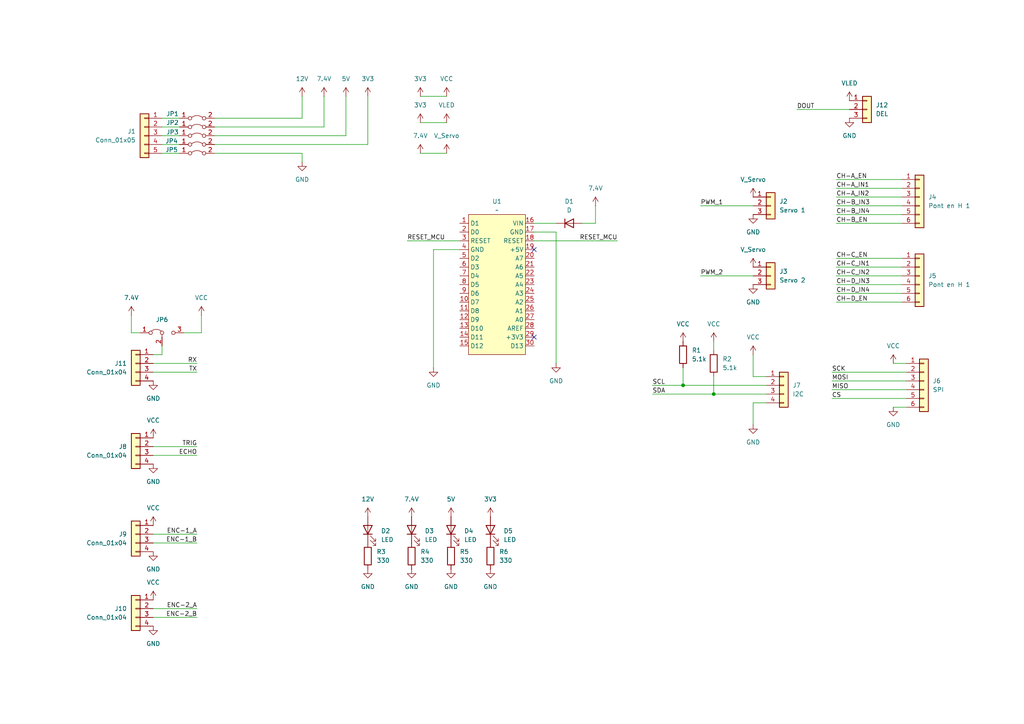
<source format=kicad_sch>
(kicad_sch (version 20231120) (generator "eeschema") (generator_version "8.0")
  (paper "A4")
  (lib_symbols
    (symbol "Connector_Generic:Conn_01x03" (pin_names (offset 1.016) hide)
      (property "Reference" "J" (at 0 5.08 0))
      (property "Value" "Conn_01x03" (at 0 -5.08 0))
      (symbol "Conn_01x03_1_1"
        (rectangle (start -1.27 -2.413) (end 0 -2.667) (stroke (width 0.1524)))
        (rectangle (start -1.27 0.127) (end 0 -0.127) (stroke (width 0.1524)))
        (rectangle (start -1.27 2.667) (end 0 2.413) (stroke (width 0.1524)))
        (rectangle (start -1.27 3.81) (end 1.27 -3.81) (stroke (width 0.254)) (fill (type background)))
        (pin passive line (at -5.08 2.54 0) (length 3.81) (name "Pin_1") (number "1"))
        (pin passive line (at -5.08 0 0) (length 3.81) (name "Pin_2") (number "2"))
        (pin passive line (at -5.08 -2.54 0) (length 3.81) (name "Pin_3") (number "3"))
      )
    )
    (symbol "Connector_Generic:Conn_01x04" (pin_names (offset 1.016) hide)
      (property "Reference" "J" (at 0 5.08 0))
      (property "Value" "Conn_01x04" (at 0 -7.62 0))
      (symbol "Conn_01x04_1_1"
        (rectangle (start -1.27 -4.953) (end 0 -5.207) (stroke (width 0.1524)))
        (rectangle (start -1.27 -2.413) (end 0 -2.667) (stroke (width 0.1524)))
        (rectangle (start -1.27 0.127) (end 0 -0.127) (stroke (width 0.1524)))
        (rectangle (start -1.27 2.667) (end 0 2.413) (stroke (width 0.1524)))
        (rectangle (start -1.27 3.81) (end 1.27 -6.35) (stroke (width 0.254)) (fill (type background)))
        (pin passive line (at -5.08 2.54 0) (length 3.81) (name "Pin_1") (number "1"))
        (pin passive line (at -5.08 0 0) (length 3.81) (name "Pin_2") (number "2"))
        (pin passive line (at -5.08 -2.54 0) (length 3.81) (name "Pin_3") (number "3"))
        (pin passive line (at -5.08 -5.08 0) (length 3.81) (name "Pin_4") (number "4"))
      )
    )
    (symbol "Connector_Generic:Conn_01x05" (pin_names (offset 1.016) hide)
      (property "Reference" "J" (at 0 7.62 0))
      (property "Value" "Conn_01x05" (at 0 -7.62 0))
      (symbol "Conn_01x05_1_1"
        (rectangle (start -1.27 -4.953) (end 0 -5.207) (stroke (width 0.1524)))
        (rectangle (start -1.27 -2.413) (end 0 -2.667) (stroke (width 0.1524)))
        (rectangle (start -1.27 0.127) (end 0 -0.127) (stroke (width 0.1524)))
        (rectangle (start -1.27 2.667) (end 0 2.413) (stroke (width 0.1524)))
        (rectangle (start -1.27 5.207) (end 0 4.953) (stroke (width 0.1524)))
        (rectangle (start -1.27 6.35) (end 1.27 -6.35) (stroke (width 0.254)) (fill (type background)))
        (pin passive line (at -5.08 5.08 0) (length 3.81) (name "Pin_1") (number "1"))
        (pin passive line (at -5.08 2.54 0) (length 3.81) (name "Pin_2") (number "2"))
        (pin passive line (at -5.08 0 0) (length 3.81) (name "Pin_3") (number "3"))
        (pin passive line (at -5.08 -2.54 0) (length 3.81) (name "Pin_4") (number "4"))
        (pin passive line (at -5.08 -5.08 0) (length 3.81) (name "Pin_5") (number "5"))
      )
    )
    (symbol "Connector_Generic:Conn_01x06" (pin_names (offset 1.016) hide)
      (property "Reference" "J" (at 0 7.62 0))
      (property "Value" "Conn_01x06" (at 0 -10.16 0))
      (symbol "Conn_01x06_1_1"
        (rectangle (start -1.27 -7.493) (end 0 -7.747) (stroke (width 0.1524)))
        (rectangle (start -1.27 -4.953) (end 0 -5.207) (stroke (width 0.1524)))
        (rectangle (start -1.27 -2.413) (end 0 -2.667) (stroke (width 0.1524)))
        (rectangle (start -1.27 0.127) (end 0 -0.127) (stroke (width 0.1524)))
        (rectangle (start -1.27 2.667) (end 0 2.413) (stroke (width 0.1524)))
        (rectangle (start -1.27 5.207) (end 0 4.953) (stroke (width 0.1524)))
        (rectangle (start -1.27 6.35) (end 1.27 -8.89) (stroke (width 0.254)) (fill (type background)))
        (pin passive line (at -5.08 5.08 0) (length 3.81) (name "Pin_1") (number "1"))
        (pin passive line (at -5.08 2.54 0) (length 3.81) (name "Pin_2") (number "2"))
        (pin passive line (at -5.08 0 0) (length 3.81) (name "Pin_3") (number "3"))
        (pin passive line (at -5.08 -2.54 0) (length 3.81) (name "Pin_4") (number "4"))
        (pin passive line (at -5.08 -5.08 0) (length 3.81) (name "Pin_5") (number "5"))
        (pin passive line (at -5.08 -7.62 0) (length 3.81) (name "Pin_6") (number "6"))
      )
    )
    (symbol "Device:D" (pin_numbers hide) (pin_names (offset 1.016) hide)
      (property "Reference" "D" (at 0 2.54 0))
      (property "Value" "D" (at 0 -2.54 0))
      (symbol "D_0_1"
        (polyline (pts (xy -1.27 1.27) (xy -1.27 -1.27)) (stroke (width 0.254)))
        (polyline (pts (xy 1.27 0) (xy -1.27 0)))
        (polyline (pts (xy 1.27 1.27) (xy 1.27 -1.27) (xy -1.27 0) (xy 1.27 1.27)) (stroke (width 0.254)))
      )
      (symbol "D_1_1"
        (pin passive line (at -3.81 0 0) (length 2.54) (name "K") (number "1"))
        (pin passive line (at 3.81 0 180) (length 2.54) (name "A") (number "2"))
      )
    )
    (symbol "Device:LED" (pin_numbers hide) (pin_names (offset 1.016) hide)
      (property "Reference" "D" (at 0 2.54 0))
      (property "Value" "LED" (at 0 -2.54 0))
      (symbol "LED_0_1"
        (polyline (pts (xy -1.27 -1.27) (xy -1.27 1.27)) (stroke (width 0.254)))
        (polyline (pts (xy -1.27 0) (xy 1.27 0)))
        (polyline (pts (xy 1.27 -1.27) (xy 1.27 1.27) (xy -1.27 0) (xy 1.27 -1.27)) (stroke (width 0.254)))
        (polyline (pts (xy -3.048 -0.762) (xy -4.572 -2.286) (xy -3.81 -2.286) (xy -4.572 -2.286) (xy -4.572 -1.524)))
        (polyline (pts (xy -1.778 -0.762) (xy -3.302 -2.286) (xy -2.54 -2.286) (xy -3.302 -2.286) (xy -3.302 -1.524)))
      )
      (symbol "LED_1_1"
        (pin passive line (at -3.81 0 0) (length 2.54) (name "K") (number "1"))
        (pin passive line (at 3.81 0 180) (length 2.54) (name "A") (number "2"))
      )
    )
    (symbol "Device:R" (pin_numbers hide) (pin_names (offset 0))
      (property "Reference" "R" (at 2.032 0 90))
      (property "Value" "R" (at 0 0 90))
      (symbol "R_0_1"
        (rectangle (start -1.016 -2.54) (end 1.016 2.54) (stroke (width 0.254)))
      )
      (symbol "R_1_1"
        (pin passive line (at 0 3.81 270) (length 1.27) (name "~") (number "1"))
        (pin passive line (at 0 -3.81 90) (length 1.27) (name "~") (number "2"))
      )
    )
    (symbol "Jumper:Jumper_2_Bridged" (pin_names (offset 0) hide)
      (property "Reference" "JP" (at 0 1.905 0))
      (property "Value" "Jumper_2_Bridged" (at 0 -2.54 0))
      (symbol "Jumper_2_Bridged_0_0"
        (circle (center -2.032 0) (radius 0.508))
        (circle (center 2.032 0) (radius 0.508))
      )
      (symbol "Jumper_2_Bridged_0_1"
        (arc (start 1.524 0.254) (mid 0 0.762) (end -1.524 0.254))
      )
      (symbol "Jumper_2_Bridged_1_1"
        (pin passive line (at -5.08 0 0) (length 2.54) (name "A") (number "1"))
        (pin passive line (at 5.08 0 180) (length 2.54) (name "B") (number "2"))
      )
    )
    (symbol "Jumper:Jumper_3_Bridged12" (pin_names (offset 0) hide)
      (property "Reference" "JP" (at -2.54 -2.54 0))
      (property "Value" "Jumper_3_Bridged12" (at 0 2.794 0))
      (symbol "Jumper_3_Bridged12_0_0"
        (circle (center -3.302 0) (radius 0.508))
        (circle (center 0 0) (radius 0.508))
        (circle (center 3.302 0) (radius 0.508))
      )
      (symbol "Jumper_3_Bridged12_0_1"
        (arc (start -0.254 0.508) (mid -1.651 0.9912) (end -3.048 0.508))
        (polyline (pts (xy 0 -1.27) (xy 0 -0.508)))
      )
      (symbol "Jumper_3_Bridged12_1_1"
        (pin passive line (at -6.35 0 0) (length 2.54) (name "A") (number "1"))
        (pin passive line (at 0 -3.81 90) (length 2.54) (name "C") (number "2"))
        (pin passive line (at 6.35 0 180) (length 2.54) (name "B") (number "3"))
      )
    )
    (symbol "power:+5V" (power) (pin_numbers hide) (pin_names (offset 0) hide)
      (property "Value" "+5V" (at 0 3.556 0))
      (symbol "+5V_0_1"
        (polyline (pts (xy -0.762 1.27) (xy 0 2.54)))
        (polyline (pts (xy 0 0) (xy 0 2.54)))
        (polyline (pts (xy 0 2.54) (xy 0.762 1.27)))
      )
      (symbol "+5V_1_1"
        (pin power_in line (at 0 0 90) (length 0) (name "~") (number "1"))
      )
    )
    (symbol "power:GND" (power) (pin_numbers hide) (pin_names (offset 0) hide)
      (property "Value" "GND" (at 0 -3.81 0))
      (symbol "GND_0_1"
        (polyline (pts (xy 0 0) (xy 0 -1.27) (xy 1.27 -1.27) (xy 0 -2.54) (xy -1.27 -1.27) (xy 0 -1.27)))
      )
      (symbol "GND_1_1"
        (pin power_in line (at 0 0 270) (length 0) (name "~") (number "1"))
      )
    )
    (symbol "power:VCC" (power) (pin_numbers hide) (pin_names (offset 0) hide)
      (property "Value" "VCC" (at 0 3.556 0))
      (symbol "VCC_0_1"
        (polyline (pts (xy -0.762 1.27) (xy 0 2.54)))
        (polyline (pts (xy 0 0) (xy 0 2.54)))
        (polyline (pts (xy 0 2.54) (xy 0.762 1.27)))
      )
      (symbol "VCC_1_1"
        (pin power_in line (at 0 0 90) (length 0) (name "~") (number "1"))
      )
    )
    (symbol "project:Nucleo-32"
      (property "Reference" "U" (at 3.556 4.064 0))
      (symbol "Nucleo-32_1_1"
        (rectangle (start 2.54 2.54) (end 19.05 -38.1) (fill (type background)))
        (pin unspecified line (at 0 0 0) (length 2.54) (name "D1") (number "1"))
        (pin unspecified line (at 0 -22.86 0) (length 2.54) (name "D7") (number "10"))
        (pin unspecified line (at 0 -25.4 0) (length 2.54) (name "D8") (number "11"))
        (pin unspecified line (at 0 -27.94 0) (length 2.54) (name "D9") (number "12"))
        (pin unspecified line (at 0 -30.48 0) (length 2.54) (name "D10") (number "13"))
        (pin unspecified line (at 0 -33.02 0) (length 2.54) (name "D11") (number "14"))
        (pin unspecified line (at 0 -35.56 0) (length 2.54) (name "D12") (number "15"))
        (pin unspecified line (at 21.59 0 180) (length 2.54) (name "VIN") (number "16"))
        (pin unspecified line (at 21.59 -2.54 180) (length 2.54) (name "GND") (number "17"))
        (pin unspecified line (at 21.59 -5.08 180) (length 2.54) (name "RESET") (number "18"))
        (pin unspecified line (at 21.59 -7.62 180) (length 2.54) (name "+5V") (number "19"))
        (pin unspecified line (at 0 -2.54 0) (length 2.54) (name "D0") (number "2"))
        (pin unspecified line (at 21.59 -10.16 180) (length 2.54) (name "A7") (number "20"))
        (pin unspecified line (at 21.59 -12.7 180) (length 2.54) (name "A6") (number "21"))
        (pin unspecified line (at 21.59 -15.24 180) (length 2.54) (name "A5") (number "22"))
        (pin unspecified line (at 21.59 -17.78 180) (length 2.54) (name "A4") (number "23"))
        (pin unspecified line (at 21.59 -20.32 180) (length 2.54) (name "A3") (number "24"))
        (pin unspecified line (at 21.59 -22.86 180) (length 2.54) (name "A2") (number "25"))
        (pin unspecified line (at 21.59 -25.4 180) (length 2.54) (name "A1") (number "26"))
        (pin unspecified line (at 21.59 -27.94 180) (length 2.54) (name "A0") (number "27"))
        (pin unspecified line (at 21.59 -30.48 180) (length 2.54) (name "AREF") (number "28"))
        (pin unspecified line (at 21.59 -33.02 180) (length 2.54) (name "+3V3") (number "29"))
        (pin unspecified line (at 0 -5.08 0) (length 2.54) (name "RESET") (number "3"))
        (pin unspecified line (at 21.59 -35.56 180) (length 2.54) (name "D13") (number "30"))
        (pin unspecified line (at 0 -7.62 0) (length 2.54) (name "GND") (number "4"))
        (pin unspecified line (at 0 -10.16 0) (length 2.54) (name "D2") (number "5"))
        (pin unspecified line (at 0 -12.7 0) (length 2.54) (name "D3") (number "6"))
        (pin unspecified line (at 0 -15.24 0) (length 2.54) (name "D4") (number "7"))
        (pin unspecified line (at 0 -17.78 0) (length 2.54) (name "D5") (number "8"))
        (pin unspecified line (at 0 -20.32 0) (length 2.54) (name "D6") (number "9"))
      )
    )
  )
  (junction (at 198.12 111.76))
  (junction (at 207.01 114.3))
  (no_connect (at 154.94 72.39))
  (no_connect (at 154.94 97.79))
  (wire (pts (xy 44.45 132.08) (xy 57.15 132.08)))
  (wire (pts (xy 125.73 72.39) (xy 125.73 106.68)))
  (wire (pts (xy 87.63 44.45) (xy 87.63 46.99)))
  (wire (pts (xy 241.3 115.57) (xy 262.89 115.57)))
  (wire (pts (xy 242.57 77.47) (xy 261.62 77.47)))
  (wire (pts (xy 62.23 36.83) (xy 93.98 36.83)))
  (wire (pts (xy 62.23 41.91) (xy 106.68 41.91)))
  (wire (pts (xy 58.42 91.44) (xy 58.42 96.52)))
  (wire (pts (xy 46.99 44.45) (xy 52.07 44.45)))
  (wire (pts (xy 198.12 111.76) (xy 222.25 111.76)))
  (wire (pts (xy 46.99 39.37) (xy 52.07 39.37)))
  (wire (pts (xy 44.45 176.53) (xy 57.15 176.53)))
  (wire (pts (xy 62.23 34.29) (xy 87.63 34.29)))
  (wire (pts (xy 46.99 36.83) (xy 52.07 36.83)))
  (wire (pts (xy 189.23 114.3) (xy 207.01 114.3)))
  (wire (pts (xy 218.44 109.22) (xy 222.25 109.22)))
  (wire (pts (xy 242.57 87.63) (xy 261.62 87.63)))
  (wire (pts (xy 242.57 85.09) (xy 261.62 85.09)))
  (wire (pts (xy 62.23 39.37) (xy 100.33 39.37)))
  (wire (pts (xy 44.45 157.48) (xy 57.15 157.48)))
  (wire (pts (xy 118.11 69.85) (xy 133.35 69.85)))
  (wire (pts (xy 133.35 72.39) (xy 125.73 72.39)))
  (wire (pts (xy 44.45 105.41) (xy 57.15 105.41)))
  (wire (pts (xy 106.68 27.94) (xy 106.68 41.91)))
  (wire (pts (xy 242.57 82.55) (xy 261.62 82.55)))
  (wire (pts (xy 38.1 96.52) (xy 40.64 96.52)))
  (wire (pts (xy 121.92 27.94) (xy 129.54 27.94)))
  (wire (pts (xy 154.94 67.31) (xy 161.29 67.31)))
  (wire (pts (xy 172.72 59.69) (xy 172.72 64.77)))
  (wire (pts (xy 38.1 91.44) (xy 38.1 96.52)))
  (wire (pts (xy 189.23 111.76) (xy 198.12 111.76)))
  (wire (pts (xy 46.99 102.87) (xy 44.45 102.87)))
  (wire (pts (xy 203.2 59.69) (xy 218.44 59.69)))
  (wire (pts (xy 218.44 123.19) (xy 218.44 116.84)))
  (wire (pts (xy 58.42 96.52) (xy 53.34 96.52)))
  (wire (pts (xy 198.12 106.68) (xy 198.12 111.76)))
  (wire (pts (xy 242.57 64.77) (xy 261.62 64.77)))
  (wire (pts (xy 161.29 64.77) (xy 154.94 64.77)))
  (wire (pts (xy 172.72 64.77) (xy 168.91 64.77)))
  (wire (pts (xy 44.45 107.95) (xy 57.15 107.95)))
  (wire (pts (xy 87.63 27.94) (xy 87.63 34.29)))
  (wire (pts (xy 242.57 59.69) (xy 261.62 59.69)))
  (wire (pts (xy 46.99 41.91) (xy 52.07 41.91)))
  (wire (pts (xy 44.45 154.94) (xy 57.15 154.94)))
  (wire (pts (xy 154.94 69.85) (xy 179.07 69.85)))
  (wire (pts (xy 207.01 99.06) (xy 207.01 101.6)))
  (wire (pts (xy 241.3 113.03) (xy 262.89 113.03)))
  (wire (pts (xy 46.99 34.29) (xy 52.07 34.29)))
  (wire (pts (xy 62.23 44.45) (xy 87.63 44.45)))
  (wire (pts (xy 242.57 62.23) (xy 261.62 62.23)))
  (wire (pts (xy 242.57 54.61) (xy 261.62 54.61)))
  (wire (pts (xy 121.92 35.56) (xy 129.54 35.56)))
  (wire (pts (xy 46.99 100.33) (xy 46.99 102.87)))
  (wire (pts (xy 44.45 179.07) (xy 57.15 179.07)))
  (wire (pts (xy 242.57 74.93) (xy 261.62 74.93)))
  (wire (pts (xy 121.92 44.45) (xy 129.54 44.45)))
  (wire (pts (xy 259.08 105.41) (xy 262.89 105.41)))
  (wire (pts (xy 262.89 118.11) (xy 259.08 118.11)))
  (wire (pts (xy 242.57 52.07) (xy 261.62 52.07)))
  (wire (pts (xy 93.98 27.94) (xy 93.98 36.83)))
  (wire (pts (xy 231.14 31.75) (xy 246.38 31.75)))
  (wire (pts (xy 100.33 27.94) (xy 100.33 39.37)))
  (wire (pts (xy 242.57 80.01) (xy 261.62 80.01)))
  (wire (pts (xy 241.3 107.95) (xy 262.89 107.95)))
  (wire (pts (xy 241.3 110.49) (xy 262.89 110.49)))
  (wire (pts (xy 207.01 114.3) (xy 222.25 114.3)))
  (wire (pts (xy 161.29 67.31) (xy 161.29 105.41)))
  (wire (pts (xy 203.2 80.01) (xy 218.44 80.01)))
  (wire (pts (xy 44.45 129.54) (xy 57.15 129.54)))
  (wire (pts (xy 218.44 102.87) (xy 218.44 109.22)))
  (wire (pts (xy 207.01 109.22) (xy 207.01 114.3)))
  (wire (pts (xy 218.44 116.84) (xy 222.25 116.84)))
  (wire (pts (xy 242.57 57.15) (xy 261.62 57.15)))
  (label "SCK" (at 241.3 107.95 0))
  (label "CH-D_EN" (at 242.57 87.63 0))
  (label "ENC-1_B" (at 57.15 157.48 180))
  (label "CH-D_IN4" (at 242.57 85.09 0))
  (label "CS" (at 241.3 115.57 0))
  (label "CH-A_IN1" (at 242.57 54.61 0))
  (label "CH-B_EN" (at 242.57 64.77 0))
  (label "CH-A_EN" (at 242.57 52.07 0))
  (label "CH-C_IN1" (at 242.57 77.47 0))
  (label "ENC-2_B" (at 57.15 179.07 180))
  (label "TRIG" (at 57.15 129.54 180))
  (label "ENC-2_A" (at 57.15 176.53 180))
  (label "CH-D_IN3" (at 242.57 82.55 0))
  (label "CH-C_IN2" (at 242.57 80.01 0))
  (label "MOSI" (at 241.3 110.49 0))
  (label "SDA" (at 189.23 114.3 0))
  (label "TX" (at 57.15 107.95 180))
  (label "RESET_MCU" (at 179.07 69.85 180))
  (label "CH-C_EN" (at 242.57 74.93 0))
  (label "SCL" (at 189.23 111.76 0))
  (label "MISO" (at 241.3 113.03 0))
  (label "RX" (at 57.15 105.41 180))
  (label "CH-B_IN4" (at 242.57 62.23 0))
  (label "ENC-1_A" (at 57.15 154.94 180))
  (label "CH-A_IN2" (at 242.57 57.15 0))
  (label "ECHO" (at 57.15 132.08 180))
  (label "RESET_MCU" (at 118.11 69.85 0))
  (label "DOUT" (at 231.14 31.75 0))
  (label "PWM_2" (at 203.2 80.01 0))
  (label "CH-B_IN3" (at 242.57 59.69 0))
  (label "PWM_1" (at 203.2 59.69 0))
  (symbol (lib_id "power:VCC") (at 142.24 149.86 0) (unit 1)
    (property "Reference" "#PWR040" (effects (hide yes)))
    (property "Value" "3V3" (at 142.24 144.78 0))
    (property "Description" "Power symbol creates a global label with name \"VCC\"" (effects (hide yes)))
  )
  (symbol (lib_id "Device:LED") (at 130.81 153.67 90) (unit 1)
    (property "Reference" "D4" (at 134.62 153.9874 90) (effects (justify right)))
    (property "Value" "LED" (at 134.62 156.5274 90) (effects (justify right)))
    (property "Description" "Light emitting diode" (effects (hide yes)))
  )
  (symbol (lib_id "power:VCC") (at 218.44 77.47 0) (unit 1)
    (property "Reference" "#PWR014" (effects (hide yes)))
    (property "Value" "V_Servo" (at 218.44 72.39 0))
    (property "Description" "Power symbol creates a global label with name \"VCC\"" (effects (hide yes)))
  )
  (symbol (lib_id "power:VCC") (at 119.38 149.86 0) (unit 1)
    (property "Reference" "#PWR038" (effects (hide yes)))
    (property "Value" "7.4V" (at 119.38 144.78 0))
    (property "Description" "Power symbol creates a global label with name \"VCC\"" (effects (hide yes)))
  )
  (symbol (lib_id "power:GND") (at 44.45 134.62 0) (unit 1)
    (property "Reference" "#PWR016" (effects (hide yes)))
    (property "Value" "GND" (at 44.45 139.7 0))
    (property "Description" "Power symbol creates a global label with name \"GND\" , ground" (effects (hide yes)))
  )
  (symbol (lib_id "power:VCC") (at 121.92 27.94 0) (unit 1)
    (property "Reference" "#PWR030" (effects (hide yes)))
    (property "Value" "3V3" (at 121.92 22.86 0))
    (property "Description" "Power symbol creates a global label with name \"VCC\"" (effects (hide yes)))
  )
  (symbol (lib_id "project:Nucleo-32") (at 133.35 64.77 0) (unit 1)
    (property "Reference" "U1" (at 144.145 58.42 0))
    (property "Value" "~" (at 144.145 60.96 0))
    (property "Footprint" "Module:Arduino_Nano_WithMountingHoles" (effects (hide yes)))
  )
  (symbol (lib_id "power:GND") (at 44.45 160.02 0) (unit 1)
    (property "Reference" "#PWR019" (effects (hide yes)))
    (property "Value" "GND" (at 44.45 165.1 0))
    (property "Description" "Power symbol creates a global label with name \"GND\" , ground" (effects (hide yes)))
  )
  (symbol (lib_id "power:VCC") (at 246.38 29.21 0) (unit 1)
    (property "Reference" "#PWR010" (effects (hide yes)))
    (property "Value" "VLED" (at 246.38 24.13 0))
    (property "Description" "Power symbol creates a global label with name \"VCC\"" (effects (hide yes)))
  )
  (symbol (lib_id "Connector_Generic:Conn_01x04") (at 39.37 154.94 0) (mirror y) (unit 1)
    (property "Reference" "J9" (at 36.83 154.9399 0) (effects (justify left)))
    (property "Value" "Conn_01x04" (at 36.83 157.4799 0) (effects (justify left)))
    (property "Footprint" "Connector_PinHeader_2.54mm:PinHeader_1x04_P2.54mm_Vertical" (effects (hide yes)))
    (property "Description" "Generic connector, single row, 01x04, script generated (kicad-library-utils/schlib/autogen/connector/)" (effects (hide yes)))
  )
  (symbol (lib_id "power:GND") (at 130.81 165.1 0) (unit 1)
    (property "Reference" "#PWR042" (effects (hide yes)))
    (property "Value" "GND" (at 130.81 170.18 0))
    (property "Description" "Power symbol creates a global label with name \"GND\" , ground" (effects (hide yes)))
  )
  (symbol (lib_id "power:+5V") (at 87.63 27.94 0) (unit 1)
    (property "Reference" "#PWR026" (effects (hide yes)))
    (property "Value" "12V" (at 87.63 22.86 0))
    (property "Description" "Power symbol creates a global label with name \"+5V\"" (effects (hide yes)))
  )
  (symbol (lib_id "power:VCC") (at 129.54 27.94 0) (unit 1)
    (property "Reference" "#PWR031" (effects (hide yes)))
    (property "Value" "VCC" (at 129.54 22.86 0))
    (property "Description" "Power symbol creates a global label with name \"VCC\"" (effects (hide yes)))
  )
  (symbol (lib_id "Jumper:Jumper_3_Bridged12") (at 46.99 96.52 0) (unit 1)
    (property "Reference" "JP6" (at 46.99 92.71 0))
    (property "Value" "Jumper_3_Bridged12" (effects (hide yes)))
    (property "Footprint" "Connector_PinHeader_2.54mm:PinHeader_1x03_P2.54mm_Vertical" (effects (hide yes)))
    (property "Description" "Jumper, 3-pole, pins 1+2 closed/bridged" (effects (hide yes)))
  )
  (symbol (lib_id "power:VCC") (at 44.45 152.4 0) (unit 1)
    (property "Reference" "#PWR018" (effects (hide yes)))
    (property "Value" "VCC" (at 44.45 147.32 0))
    (property "Description" "Power symbol creates a global label with name \"VCC\"" (effects (hide yes)))
  )
  (symbol (lib_id "Jumper:Jumper_2_Bridged") (at 57.15 39.37 0) (unit 1)
    (property "Reference" "JP3" (at 50.038 38.354 0))
    (property "Value" "Jumper_2_Bridged" (effects (hide yes)))
    (property "Footprint" "Connector_PinHeader_2.54mm:PinHeader_1x02_P2.54mm_Vertical" (effects (hide yes)))
    (property "Description" "Jumper, 2-pole, closed/bridged" (effects (hide yes)))
  )
  (symbol (lib_id "power:VCC") (at 218.44 57.15 0) (unit 1)
    (property "Reference" "#PWR012" (effects (hide yes)))
    (property "Value" "V_Servo" (at 218.44 52.07 0))
    (property "Description" "Power symbol creates a global label with name \"VCC\"" (effects (hide yes)))
  )
  (symbol (lib_id "Connector_Generic:Conn_01x06") (at 266.7 57.15 0) (unit 1)
    (property "Reference" "J4" (at 269.24 57.1499 0) (effects (justify left)))
    (property "Value" "Pont en H 1" (at 269.24 59.6899 0) (effects (justify left)))
    (property "Footprint" "Connector_PinHeader_2.54mm:PinHeader_1x06_P2.54mm_Vertical" (effects (hide yes)))
    (property "Description" "Generic connector, single row, 01x06, script generated (kicad-library-utils/schlib/autogen/connector/)" (effects (hide yes)))
  )
  (symbol (lib_id "power:+5V") (at 106.68 149.86 0) (unit 1)
    (property "Reference" "#PWR037" (effects (hide yes)))
    (property "Value" "12V" (at 106.68 144.78 0))
    (property "Description" "Power symbol creates a global label with name \"+5V\"" (effects (hide yes)))
  )
  (symbol (lib_id "Connector_Generic:Conn_01x04") (at 227.33 111.76 0) (unit 1)
    (property "Reference" "J7" (at 229.87 111.7599 0) (effects (justify left)))
    (property "Value" "I2C" (at 229.87 114.2999 0) (effects (justify left)))
    (property "Footprint" "Connector_PinHeader_2.54mm:PinHeader_1x04_P2.54mm_Vertical" (effects (hide yes)))
    (property "Description" "Generic connector, single row, 01x04, script generated (kicad-library-utils/schlib/autogen/connector/)" (effects (hide yes)))
  )
  (symbol (lib_id "Connector_Generic:Conn_01x05") (at 41.91 39.37 0) (mirror y) (unit 1)
    (property "Reference" "J1" (at 39.37 38.0999 0) (effects (justify left)))
    (property "Value" "Conn_01x05" (at 39.37 40.6399 0) (effects (justify left)))
    (property "Description" "Generic connector, single row, 01x05, script generated (kicad-library-utils/schlib/autogen/connector/)" (effects (hide yes)))
  )
  (symbol (lib_id "power:VCC") (at 198.12 99.06 0) (unit 1)
    (property "Reference" "#PWR07" (effects (hide yes)))
    (property "Value" "VCC" (at 198.12 93.98 0))
    (property "Description" "Power symbol creates a global label with name \"VCC\"" (effects (hide yes)))
  )
  (symbol (lib_id "power:VCC") (at 100.33 27.94 0) (unit 1)
    (property "Reference" "#PWR028" (effects (hide yes)))
    (property "Value" "5V" (at 100.33 22.86 0))
    (property "Description" "Power symbol creates a global label with name \"VCC\"" (effects (hide yes)))
  )
  (symbol (lib_id "Connector_Generic:Conn_01x04") (at 39.37 129.54 0) (mirror y) (unit 1)
    (property "Reference" "J8" (at 36.83 129.5399 0) (effects (justify left)))
    (property "Value" "Conn_01x04" (at 36.83 132.0799 0) (effects (justify left)))
    (property "Footprint" "Connector_PinHeader_2.54mm:PinHeader_1x04_P2.54mm_Vertical" (effects (hide yes)))
    (property "Description" "Generic connector, single row, 01x04, script generated (kicad-library-utils/schlib/autogen/connector/)" (effects (hide yes)))
  )
  (symbol (lib_id "power:GND") (at 87.63 46.99 0) (unit 1)
    (property "Reference" "#PWR025" (effects (hide yes)))
    (property "Value" "GND" (at 87.63 52.07 0))
    (property "Description" "Power symbol creates a global label with name \"GND\" , ground" (effects (hide yes)))
  )
  (symbol (lib_id "power:VCC") (at 44.45 173.99 0) (unit 1)
    (property "Reference" "#PWR020" (effects (hide yes)))
    (property "Value" "VCC" (at 44.45 168.91 0))
    (property "Description" "Power symbol creates a global label with name \"VCC\"" (effects (hide yes)))
  )
  (symbol (lib_id "power:GND") (at 125.73 106.68 0) (unit 1)
    (property "Reference" "#PWR03" (effects (hide yes)))
    (property "Value" "GND" (at 125.73 111.76 0))
    (property "Description" "Power symbol creates a global label with name \"GND\" , ground" (effects (hide yes)))
  )
  (symbol (lib_id "power:VCC") (at 129.54 44.45 0) (unit 1)
    (property "Reference" "#PWR034" (effects (hide yes)))
    (property "Value" "V_Servo" (at 129.54 39.37 0))
    (property "Description" "Power symbol creates a global label with name \"VCC\"" (effects (hide yes)))
  )
  (symbol (lib_id "power:VCC") (at 38.1 91.44 0) (unit 1)
    (property "Reference" "#PWR022" (effects (hide yes)))
    (property "Value" "7.4V" (at 38.1 86.36 0))
    (property "Description" "Power symbol creates a global label with name \"VCC\"" (effects (hide yes)))
  )
  (symbol (lib_id "Connector_Generic:Conn_01x04") (at 39.37 176.53 0) (mirror y) (unit 1)
    (property "Reference" "J10" (at 36.83 176.5299 0) (effects (justify left)))
    (property "Value" "Conn_01x04" (at 36.83 179.0699 0) (effects (justify left)))
    (property "Footprint" "Connector_PinHeader_2.54mm:PinHeader_1x04_P2.54mm_Vertical" (effects (hide yes)))
    (property "Description" "Generic connector, single row, 01x04, script generated (kicad-library-utils/schlib/autogen/connector/)" (effects (hide yes)))
  )
  (symbol (lib_id "Device:LED") (at 106.68 153.67 90) (unit 1)
    (property "Reference" "D2" (at 110.49 153.9874 90) (effects (justify right)))
    (property "Value" "LED" (at 110.49 156.5274 90) (effects (justify right)))
    (property "Description" "Light emitting diode" (effects (hide yes)))
  )
  (symbol (lib_id "Device:R") (at 119.38 161.29 0) (unit 1)
    (property "Reference" "R4" (at 121.92 160.0199 0) (effects (justify left)))
    (property "Value" "330" (at 121.92 162.5599 0) (effects (justify left)))
    (property "Footprint" "Resistor_SMD:R_0805_2012Metric" (effects (hide yes)))
    (property "Description" "Resistor" (effects (hide yes)))
  )
  (symbol (lib_id "power:VCC") (at 129.54 35.56 0) (unit 1)
    (property "Reference" "#PWR033" (effects (hide yes)))
    (property "Value" "VLED" (at 129.54 30.48 0))
    (property "Description" "Power symbol creates a global label with name \"VCC\"" (effects (hide yes)))
  )
  (symbol (lib_id "power:GND") (at 218.44 62.23 0) (unit 1)
    (property "Reference" "#PWR013" (effects (hide yes)))
    (property "Value" "GND" (at 218.44 67.31 0))
    (property "Description" "Power symbol creates a global label with name \"GND\" , ground" (effects (hide yes)))
  )
  (symbol (lib_id "power:+5V") (at 172.72 59.69 0) (unit 1)
    (property "Reference" "#PWR01" (effects (hide yes)))
    (property "Value" "7.4V" (at 172.72 54.61 0))
    (property "Description" "Power symbol creates a global label with name \"+5V\"" (effects (hide yes)))
  )
  (symbol (lib_id "Jumper:Jumper_2_Bridged") (at 57.15 36.83 0) (unit 1)
    (property "Reference" "JP2" (at 50.038 35.56 0))
    (property "Value" "Jumper_2_Bridged" (effects (hide yes)))
    (property "Footprint" "Connector_PinHeader_2.54mm:PinHeader_1x02_P2.54mm_Vertical" (effects (hide yes)))
    (property "Description" "Jumper, 2-pole, closed/bridged" (effects (hide yes)))
  )
  (symbol (lib_id "Device:R") (at 106.68 161.29 0) (unit 1)
    (property "Reference" "R3" (at 109.22 160.0199 0) (effects (justify left)))
    (property "Value" "330" (at 109.22 162.5599 0) (effects (justify left)))
    (property "Footprint" "Resistor_SMD:R_0805_2012Metric" (effects (hide yes)))
    (property "Description" "Resistor" (effects (hide yes)))
  )
  (symbol (lib_id "Connector_Generic:Conn_01x03") (at 223.52 80.01 0) (unit 1)
    (property "Reference" "J3" (at 226.06 78.7399 0) (effects (justify left)))
    (property "Value" "Servo 2" (at 226.06 81.2799 0) (effects (justify left)))
    (property "Footprint" "Connector_PinHeader_2.54mm:PinHeader_1x03_P2.54mm_Vertical" (effects (hide yes)))
    (property "Description" "Generic connector, single row, 01x03, script generated (kicad-library-utils/schlib/autogen/connector/)" (effects (hide yes)))
  )
  (symbol (lib_id "power:VCC") (at 121.92 44.45 0) (unit 1)
    (property "Reference" "#PWR035" (effects (hide yes)))
    (property "Value" "7.4V" (at 121.92 39.37 0))
    (property "Description" "Power symbol creates a global label with name \"VCC\"" (effects (hide yes)))
  )
  (symbol (lib_id "power:GND") (at 218.44 123.19 0) (unit 1)
    (property "Reference" "#PWR04" (effects (hide yes)))
    (property "Value" "GND" (at 218.44 128.27 0))
    (property "Description" "Power symbol creates a global label with name \"GND\" , ground" (effects (hide yes)))
  )
  (symbol (lib_id "Device:LED") (at 119.38 153.67 90) (unit 1)
    (property "Reference" "D3" (at 123.19 153.9874 90) (effects (justify right)))
    (property "Value" "LED" (at 123.19 156.5274 90) (effects (justify right)))
    (property "Description" "Light emitting diode" (effects (hide yes)))
  )
  (symbol (lib_id "power:VCC") (at 121.92 35.56 0) (unit 1)
    (property "Reference" "#PWR032" (effects (hide yes)))
    (property "Value" "3V3" (at 121.92 30.48 0))
    (property "Description" "Power symbol creates a global label with name \"VCC\"" (effects (hide yes)))
  )
  (symbol (lib_id "Device:LED") (at 142.24 153.67 90) (unit 1)
    (property "Reference" "D5" (at 146.05 153.9874 90) (effects (justify right)))
    (property "Value" "LED" (at 146.05 156.5274 90) (effects (justify right)))
    (property "Description" "Light emitting diode" (effects (hide yes)))
  )
  (symbol (lib_id "power:GND") (at 44.45 110.49 0) (unit 1)
    (property "Reference" "#PWR023" (effects (hide yes)))
    (property "Value" "GND" (at 44.45 115.57 0))
    (property "Description" "Power symbol creates a global label with name \"GND\" , ground" (effects (hide yes)))
  )
  (symbol (lib_id "Device:R") (at 130.81 161.29 0) (unit 1)
    (property "Reference" "R5" (at 133.35 160.0199 0) (effects (justify left)))
    (property "Value" "330" (at 133.35 162.5599 0) (effects (justify left)))
    (property "Footprint" "Resistor_SMD:R_0805_2012Metric" (effects (hide yes)))
    (property "Description" "Resistor" (effects (hide yes)))
  )
  (symbol (lib_id "Connector_Generic:Conn_01x06") (at 266.7 80.01 0) (unit 1)
    (property "Reference" "J5" (at 269.24 80.0099 0) (effects (justify left)))
    (property "Value" "Pont en H 1" (at 269.24 82.5499 0) (effects (justify left)))
    (property "Footprint" "Connector_PinHeader_2.54mm:PinHeader_1x06_P2.54mm_Vertical" (effects (hide yes)))
    (property "Description" "Generic connector, single row, 01x06, script generated (kicad-library-utils/schlib/autogen/connector/)" (effects (hide yes)))
  )
  (symbol (lib_id "power:VCC") (at 44.45 127 0) (unit 1)
    (property "Reference" "#PWR017" (effects (hide yes)))
    (property "Value" "VCC" (at 44.45 121.92 0))
    (property "Description" "Power symbol creates a global label with name \"VCC\"" (effects (hide yes)))
  )
  (symbol (lib_id "Connector_Generic:Conn_01x03") (at 223.52 59.69 0) (unit 1)
    (property "Reference" "J2" (at 226.06 58.4199 0) (effects (justify left)))
    (property "Value" "Servo 1" (at 226.06 60.9599 0) (effects (justify left)))
    (property "Footprint" "Connector_PinHeader_2.54mm:PinHeader_1x03_P2.54mm_Vertical" (effects (hide yes)))
    (property "Description" "Generic connector, single row, 01x03, script generated (kicad-library-utils/schlib/autogen/connector/)" (effects (hide yes)))
  )
  (symbol (lib_id "power:VCC") (at 93.98 27.94 0) (unit 1)
    (property "Reference" "#PWR029" (effects (hide yes)))
    (property "Value" "7.4V" (at 93.98 22.86 0))
    (property "Description" "Power symbol creates a global label with name \"VCC\"" (effects (hide yes)))
  )
  (symbol (lib_id "power:GND") (at 218.44 82.55 0) (unit 1)
    (property "Reference" "#PWR015" (effects (hide yes)))
    (property "Value" "GND" (at 218.44 87.63 0))
    (property "Description" "Power symbol creates a global label with name \"GND\" , ground" (effects (hide yes)))
  )
  (symbol (lib_id "Device:R") (at 142.24 161.29 0) (unit 1)
    (property "Reference" "R6" (at 144.78 160.0199 0) (effects (justify left)))
    (property "Value" "330" (at 144.78 162.5599 0) (effects (justify left)))
    (property "Footprint" "Resistor_SMD:R_0805_2012Metric" (effects (hide yes)))
    (property "Description" "Resistor" (effects (hide yes)))
  )
  (symbol (lib_id "Device:D") (at 165.1 64.77 0) (unit 1)
    (property "Reference" "D1" (at 165.1 58.42 0))
    (property "Value" "D" (at 165.1 60.96 0))
    (property "Description" "Diode" (effects (hide yes)))
    (property "Sim.Device" "D" (effects (hide yes)))
    (property "Sim.Pins" "1=K 2=A" (effects (hide yes)))
  )
  (symbol (lib_id "Connector_Generic:Conn_01x04") (at 39.37 105.41 0) (mirror y) (unit 1)
    (property "Reference" "J11" (at 36.83 105.4099 0) (effects (justify left)))
    (property "Value" "Conn_01x04" (at 36.83 107.9499 0) (effects (justify left)))
    (property "Footprint" "Connector_PinHeader_2.54mm:PinHeader_1x04_P2.54mm_Vertical" (effects (hide yes)))
    (property "Description" "Generic connector, single row, 01x04, script generated (kicad-library-utils/schlib/autogen/connector/)" (effects (hide yes)))
  )
  (symbol (lib_id "Jumper:Jumper_2_Bridged") (at 57.15 34.29 0) (unit 1)
    (property "Reference" "JP1" (at 50.038 33.02 0))
    (property "Value" "Jumper_2_Bridged" (effects (hide yes)))
    (property "Footprint" "Connector_PinHeader_2.54mm:PinHeader_1x02_P2.54mm_Vertical" (effects (hide yes)))
    (property "Description" "Jumper, 2-pole, closed/bridged" (effects (hide yes)))
  )
  (symbol (lib_id "power:VCC") (at 130.81 149.86 0) (unit 1)
    (property "Reference" "#PWR039" (effects (hide yes)))
    (property "Value" "5V" (at 130.81 144.78 0))
    (property "Description" "Power symbol creates a global label with name \"VCC\"" (effects (hide yes)))
  )
  (symbol (lib_id "power:VCC") (at 106.68 27.94 0) (unit 1)
    (property "Reference" "#PWR027" (effects (hide yes)))
    (property "Value" "3V3" (at 106.68 22.86 0))
    (property "Description" "Power symbol creates a global label with name \"VCC\"" (effects (hide yes)))
  )
  (symbol (lib_id "power:VCC") (at 58.42 91.44 0) (unit 1)
    (property "Reference" "#PWR024" (effects (hide yes)))
    (property "Value" "VCC" (at 58.42 86.36 0))
    (property "Description" "Power symbol creates a global label with name \"VCC\"" (effects (hide yes)))
  )
  (symbol (lib_id "power:GND") (at 246.38 34.29 0) (unit 1)
    (property "Reference" "#PWR011" (effects (hide yes)))
    (property "Value" "GND" (at 246.38 39.37 0))
    (property "Description" "Power symbol creates a global label with name \"GND\" , ground" (effects (hide yes)))
  )
  (symbol (lib_id "Jumper:Jumper_2_Bridged") (at 57.15 44.45 0) (unit 1)
    (property "Reference" "JP5" (at 49.784 43.434 0))
    (property "Value" "Jumper_2_Bridged" (effects (hide yes)))
    (property "Footprint" "Connector_PinHeader_2.54mm:PinHeader_1x02_P2.54mm_Vertical" (effects (hide yes)))
    (property "Description" "Jumper, 2-pole, closed/bridged" (effects (hide yes)))
  )
  (symbol (lib_id "Device:R") (at 198.12 102.87 0) (unit 1)
    (property "Reference" "R1" (at 200.66 101.5999 0) (effects (justify left)))
    (property "Value" "5.1k" (at 200.66 104.1399 0) (effects (justify left)))
    (property "Footprint" "Resistor_SMD:R_0805_2012Metric" (effects (hide yes)))
    (property "Description" "Resistor" (effects (hide yes)))
  )
  (symbol (lib_id "Connector_Generic:Conn_01x06") (at 267.97 110.49 0) (unit 1)
    (property "Reference" "J6" (at 270.51 110.4899 0) (effects (justify left)))
    (property "Value" "SPI" (at 270.51 113.0299 0) (effects (justify left)))
    (property "Footprint" "Connector_PinHeader_2.54mm:PinHeader_1x06_P2.54mm_Vertical" (effects (hide yes)))
    (property "Description" "Generic connector, single row, 01x06, script generated (kicad-library-utils/schlib/autogen/connector/)" (effects (hide yes)))
  )
  (symbol (lib_id "power:GND") (at 142.24 165.1 0) (unit 1)
    (property "Reference" "#PWR043" (effects (hide yes)))
    (property "Value" "GND" (at 142.24 170.18 0))
    (property "Description" "Power symbol creates a global label with name \"GND\" , ground" (effects (hide yes)))
  )
  (symbol (lib_id "power:VCC") (at 259.08 105.41 0) (unit 1)
    (property "Reference" "#PWR09" (effects (hide yes)))
    (property "Value" "VCC" (at 259.08 100.33 0))
    (property "Description" "Power symbol creates a global label with name \"VCC\"" (effects (hide yes)))
  )
  (symbol (lib_id "Device:R") (at 207.01 105.41 0) (unit 1)
    (property "Reference" "R2" (at 209.55 104.1399 0) (effects (justify left)))
    (property "Value" "5.1k" (at 209.55 106.6799 0) (effects (justify left)))
    (property "Footprint" "Resistor_SMD:R_0805_2012Metric" (effects (hide yes)))
    (property "Description" "Resistor" (effects (hide yes)))
  )
  (symbol (lib_id "power:GND") (at 119.38 165.1 0) (unit 1)
    (property "Reference" "#PWR041" (effects (hide yes)))
    (property "Value" "GND" (at 119.38 170.18 0))
    (property "Description" "Power symbol creates a global label with name \"GND\" , ground" (effects (hide yes)))
  )
  (symbol (lib_id "power:GND") (at 161.29 105.41 0) (unit 1)
    (property "Reference" "#PWR02" (effects (hide yes)))
    (property "Value" "GND" (at 161.29 110.49 0))
    (property "Description" "Power symbol creates a global label with name \"GND\" , ground" (effects (hide yes)))
  )
  (symbol (lib_id "power:GND") (at 106.68 165.1 0) (unit 1)
    (property "Reference" "#PWR036" (effects (hide yes)))
    (property "Value" "GND" (at 106.68 170.18 0))
    (property "Description" "Power symbol creates a global label with name \"GND\" , ground" (effects (hide yes)))
  )
  (symbol (lib_id "Jumper:Jumper_2_Bridged") (at 57.15 41.91 0) (unit 1)
    (property "Reference" "JP4" (at 49.784 40.894 0))
    (property "Value" "Jumper_2_Bridged" (effects (hide yes)))
    (property "Footprint" "Connector_PinHeader_2.54mm:PinHeader_1x02_P2.54mm_Vertical" (effects (hide yes)))
    (property "Description" "Jumper, 2-pole, closed/bridged" (effects (hide yes)))
  )
  (symbol (lib_id "power:GND") (at 44.45 181.61 0) (unit 1)
    (property "Reference" "#PWR021" (effects (hide yes)))
    (property "Value" "GND" (at 44.45 186.69 0))
    (property "Description" "Power symbol creates a global label with name \"GND\" , ground" (effects (hide yes)))
  )
  (symbol (lib_id "Connector_Generic:Conn_01x03") (at 251.46 31.75 0) (unit 1)
    (property "Reference" "J12" (at 254 30.4799 0) (effects (justify left)))
    (property "Value" "DEL" (at 254 33.0199 0) (effects (justify left)))
    (property "Footprint" "Connector_PinHeader_2.54mm:PinHeader_1x03_P2.54mm_Vertical" (effects (hide yes)))
    (property "Description" "Generic connector, single row, 01x03, script generated (kicad-library-utils/schlib/autogen/connector/)" (effects (hide yes)))
  )
  (symbol (lib_id "power:GND") (at 259.08 118.11 0) (unit 1)
    (property "Reference" "#PWR08" (effects (hide yes)))
    (property "Value" "GND" (at 259.08 123.19 0))
    (property "Description" "Power symbol creates a global label with name \"GND\" , ground" (effects (hide yes)))
  )
  (symbol (lib_id "power:VCC") (at 207.01 99.06 0) (unit 1)
    (property "Reference" "#PWR06" (effects (hide yes)))
    (property "Value" "VCC" (at 207.01 93.98 0))
    (property "Description" "Power symbol creates a global label with name \"VCC\"" (effects (hide yes)))
  )
  (symbol (lib_id "power:VCC") (at 218.44 102.87 0) (unit 1)
    (property "Reference" "#PWR05" (effects (hide yes)))
    (property "Value" "VCC" (at 218.44 97.79 0))
    (property "Description" "Power symbol creates a global label with name \"VCC\"" (effects (hide yes)))
  )
)
</source>
